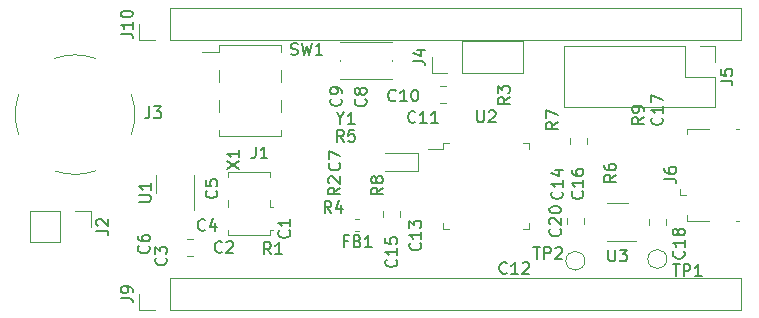
<source format=gto>
G04 #@! TF.GenerationSoftware,KiCad,Pcbnew,(5.1.5-0)*
G04 #@! TF.CreationDate,2020-02-13T07:59:00-05:00*
G04 #@! TF.ProjectId,bfunc,6266756e-632e-46b6-9963-61645f706362,rev?*
G04 #@! TF.SameCoordinates,Original*
G04 #@! TF.FileFunction,Legend,Top*
G04 #@! TF.FilePolarity,Positive*
%FSLAX46Y46*%
G04 Gerber Fmt 4.6, Leading zero omitted, Abs format (unit mm)*
G04 Created by KiCad (PCBNEW (5.1.5-0)) date 2020-02-13 07:59:00*
%MOMM*%
%LPD*%
G04 APERTURE LIST*
%ADD10C,0.120000*%
%ADD11C,0.150000*%
G04 APERTURE END LIST*
D10*
X162942200Y-62741500D02*
X168142200Y-62741500D01*
X162942200Y-70481500D02*
X168142200Y-70481500D01*
X161502200Y-63311500D02*
X162942200Y-63311500D01*
X162942200Y-62741500D02*
X162942200Y-63311500D01*
X168142200Y-62741500D02*
X168142200Y-63311500D01*
X162942200Y-69911500D02*
X162942200Y-70481500D01*
X168142200Y-69911500D02*
X168142200Y-70481500D01*
X162942200Y-64831500D02*
X162942200Y-65851500D01*
X168142200Y-64831500D02*
X168142200Y-65851500D01*
X162942200Y-67371500D02*
X162942200Y-68391500D01*
X168142200Y-67371500D02*
X168142200Y-68391500D01*
X160160442Y-79167920D02*
X160677598Y-79167920D01*
X160160442Y-80587920D02*
X160677598Y-80587920D01*
X181653922Y-67639000D02*
X182171078Y-67639000D01*
X181653922Y-66219000D02*
X182171078Y-66219000D01*
X178256000Y-77269078D02*
X178256000Y-76751922D01*
X176836000Y-77269078D02*
X176836000Y-76751922D01*
X194067500Y-70569322D02*
X194067500Y-71086478D01*
X192647500Y-70569322D02*
X192647500Y-71086478D01*
X199294680Y-77980038D02*
X199294680Y-77462882D01*
X200714680Y-77980038D02*
X200714680Y-77462882D01*
X193785560Y-77921378D02*
X193785560Y-77404222D01*
X192365560Y-77921378D02*
X192365560Y-77404222D01*
X174787779Y-78488000D02*
X174462221Y-78488000D01*
X174787779Y-77468000D02*
X174462221Y-77468000D01*
X145960011Y-66918137D02*
G75*
G03X145973600Y-70380800I4763589J-1712663D01*
G01*
X149010937Y-73394389D02*
G75*
G03X152473600Y-73380800I1712663J4763589D01*
G01*
X155487189Y-70343463D02*
G75*
G03X155473600Y-66880800I-4763589J1712663D01*
G01*
X152436263Y-63867211D02*
G75*
G03X148973600Y-63880800I-1712663J-4763589D01*
G01*
X188655000Y-65084000D02*
X188655000Y-62424000D01*
X183515000Y-65084000D02*
X188655000Y-65084000D01*
X183515000Y-62424000D02*
X188655000Y-62424000D01*
X183515000Y-65084000D02*
X183515000Y-62424000D01*
X182245000Y-65084000D02*
X180915000Y-65084000D01*
X180915000Y-65084000D02*
X180915000Y-63754000D01*
X202511400Y-77621640D02*
X202511400Y-77171640D01*
X204361400Y-77621640D02*
X202511400Y-77621640D01*
X206911400Y-69821640D02*
X206661400Y-69821640D01*
X206911400Y-77621640D02*
X206661400Y-77621640D01*
X204361400Y-69821640D02*
X202511400Y-69821640D01*
X202511400Y-69821640D02*
X202511400Y-70271640D01*
X201961400Y-75421640D02*
X201961400Y-74971640D01*
X201961400Y-75421640D02*
X202411400Y-75421640D01*
X207070000Y-85150000D02*
X207070000Y-82490000D01*
X158750000Y-85150000D02*
X207070000Y-85150000D01*
X158750000Y-82490000D02*
X207070000Y-82490000D01*
X158750000Y-85150000D02*
X158750000Y-82490000D01*
X157480000Y-85150000D02*
X156150000Y-85150000D01*
X156150000Y-85150000D02*
X156150000Y-83820000D01*
X156150000Y-62290000D02*
X156150000Y-60960000D01*
X157480000Y-62290000D02*
X156150000Y-62290000D01*
X158750000Y-62290000D02*
X158750000Y-59630000D01*
X158750000Y-59630000D02*
X207070000Y-59630000D01*
X158750000Y-62290000D02*
X207070000Y-62290000D01*
X207070000Y-62290000D02*
X207070000Y-59630000D01*
X200828219Y-80860900D02*
G75*
G03X200828219Y-80860900I-803219J0D01*
G01*
X193883859Y-81003140D02*
G75*
G03X193883859Y-81003140I-803219J0D01*
G01*
X157536240Y-75237340D02*
X157536240Y-73737340D01*
X160756240Y-76737340D02*
X160756240Y-73737340D01*
X188678500Y-78286000D02*
X189128500Y-78286000D01*
X189128500Y-78286000D02*
X189128500Y-77836000D01*
X182358500Y-78286000D02*
X181908500Y-78286000D01*
X181908500Y-78286000D02*
X181908500Y-77836000D01*
X188678500Y-71066000D02*
X189128500Y-71066000D01*
X189128500Y-71066000D02*
X189128500Y-71516000D01*
X182358500Y-71066000D02*
X181908500Y-71066000D01*
X181908500Y-71066000D02*
X181908500Y-71516000D01*
X181908500Y-71516000D02*
X180618500Y-71516000D01*
X195744440Y-79313640D02*
X198194440Y-79313640D01*
X197544440Y-76093640D02*
X195744440Y-76093640D01*
X167263040Y-76434440D02*
X167513040Y-76434440D01*
X167263040Y-75894440D02*
X167263040Y-76434440D01*
X163663040Y-78864440D02*
X163663040Y-78434440D01*
X167263040Y-78864440D02*
X163663040Y-78864440D01*
X167263040Y-78434440D02*
X167263040Y-78864440D01*
X167513040Y-78434440D02*
X167263040Y-78434440D01*
X163663040Y-76434440D02*
X163663040Y-75894440D01*
X167263040Y-73464440D02*
X167263040Y-73894440D01*
X163663040Y-73464440D02*
X167263040Y-73464440D01*
X163663040Y-73894440D02*
X163663040Y-73464440D01*
X179795000Y-71844000D02*
X176945000Y-71844000D01*
X179795000Y-73444000D02*
X179795000Y-71844000D01*
X176945000Y-73444000D02*
X179795000Y-73444000D01*
X177549120Y-64088580D02*
X177549120Y-63988580D01*
X173149120Y-65588580D02*
X177549120Y-65588580D01*
X177549120Y-62488580D02*
X173149120Y-62488580D01*
X173149120Y-64088580D02*
X173149120Y-63988580D01*
X146879000Y-76787700D02*
X146879000Y-79447700D01*
X149479000Y-76787700D02*
X146879000Y-76787700D01*
X149479000Y-79447700D02*
X146879000Y-79447700D01*
X149479000Y-76787700D02*
X149479000Y-79447700D01*
X150749000Y-76787700D02*
X152079000Y-76787700D01*
X152079000Y-76787700D02*
X152079000Y-78117700D01*
X192103700Y-62817700D02*
X192103700Y-68017700D01*
X202323700Y-62817700D02*
X192103700Y-62817700D01*
X204923700Y-68017700D02*
X192103700Y-68017700D01*
X202323700Y-62817700D02*
X202323700Y-65417700D01*
X202323700Y-65417700D02*
X204923700Y-65417700D01*
X204923700Y-65417700D02*
X204923700Y-68017700D01*
X203593700Y-62817700D02*
X204923700Y-62817700D01*
X204923700Y-62817700D02*
X204923700Y-64147700D01*
D11*
X166011266Y-71334380D02*
X166011266Y-72048666D01*
X165963647Y-72191523D01*
X165868409Y-72286761D01*
X165725552Y-72334380D01*
X165630314Y-72334380D01*
X167011266Y-72334380D02*
X166439838Y-72334380D01*
X166725552Y-72334380D02*
X166725552Y-71334380D01*
X166630314Y-71477238D01*
X166535076Y-71572476D01*
X166439838Y-71620095D01*
X168837882Y-78439306D02*
X168885501Y-78486925D01*
X168933120Y-78629782D01*
X168933120Y-78725020D01*
X168885501Y-78867878D01*
X168790263Y-78963116D01*
X168695025Y-79010735D01*
X168504549Y-79058354D01*
X168361692Y-79058354D01*
X168171216Y-79010735D01*
X168075978Y-78963116D01*
X167980740Y-78867878D01*
X167933120Y-78725020D01*
X167933120Y-78629782D01*
X167980740Y-78486925D01*
X168028359Y-78439306D01*
X168933120Y-77486925D02*
X168933120Y-78058354D01*
X168933120Y-77772640D02*
X167933120Y-77772640D01*
X168075978Y-77867878D01*
X168171216Y-77963116D01*
X168218835Y-78058354D01*
X163162953Y-80247762D02*
X163115334Y-80295381D01*
X162972477Y-80343000D01*
X162877239Y-80343000D01*
X162734381Y-80295381D01*
X162639143Y-80200143D01*
X162591524Y-80104905D01*
X162543905Y-79914429D01*
X162543905Y-79771572D01*
X162591524Y-79581096D01*
X162639143Y-79485858D01*
X162734381Y-79390620D01*
X162877239Y-79343000D01*
X162972477Y-79343000D01*
X163115334Y-79390620D01*
X163162953Y-79438239D01*
X163543905Y-79438239D02*
X163591524Y-79390620D01*
X163686762Y-79343000D01*
X163924858Y-79343000D01*
X164020096Y-79390620D01*
X164067715Y-79438239D01*
X164115334Y-79533477D01*
X164115334Y-79628715D01*
X164067715Y-79771572D01*
X163496286Y-80343000D01*
X164115334Y-80343000D01*
X158398482Y-80761006D02*
X158446101Y-80808625D01*
X158493720Y-80951482D01*
X158493720Y-81046720D01*
X158446101Y-81189578D01*
X158350863Y-81284816D01*
X158255625Y-81332435D01*
X158065149Y-81380054D01*
X157922292Y-81380054D01*
X157731816Y-81332435D01*
X157636578Y-81284816D01*
X157541340Y-81189578D01*
X157493720Y-81046720D01*
X157493720Y-80951482D01*
X157541340Y-80808625D01*
X157588959Y-80761006D01*
X157493720Y-80427673D02*
X157493720Y-79808625D01*
X157874673Y-80141959D01*
X157874673Y-79999101D01*
X157922292Y-79903863D01*
X157969911Y-79856244D01*
X158065149Y-79808625D01*
X158303244Y-79808625D01*
X158398482Y-79856244D01*
X158446101Y-79903863D01*
X158493720Y-79999101D01*
X158493720Y-80284816D01*
X158446101Y-80380054D01*
X158398482Y-80427673D01*
X161745493Y-78375782D02*
X161697874Y-78423401D01*
X161555017Y-78471020D01*
X161459779Y-78471020D01*
X161316921Y-78423401D01*
X161221683Y-78328163D01*
X161174064Y-78232925D01*
X161126445Y-78042449D01*
X161126445Y-77899592D01*
X161174064Y-77709116D01*
X161221683Y-77613878D01*
X161316921Y-77518640D01*
X161459779Y-77471020D01*
X161555017Y-77471020D01*
X161697874Y-77518640D01*
X161745493Y-77566259D01*
X162602636Y-77804354D02*
X162602636Y-78471020D01*
X162364540Y-77423401D02*
X162126445Y-78137687D01*
X162745493Y-78137687D01*
X162683462Y-75073806D02*
X162731081Y-75121425D01*
X162778700Y-75264282D01*
X162778700Y-75359520D01*
X162731081Y-75502378D01*
X162635843Y-75597616D01*
X162540605Y-75645235D01*
X162350129Y-75692854D01*
X162207272Y-75692854D01*
X162016796Y-75645235D01*
X161921558Y-75597616D01*
X161826320Y-75502378D01*
X161778700Y-75359520D01*
X161778700Y-75264282D01*
X161826320Y-75121425D01*
X161873939Y-75073806D01*
X161778700Y-74169044D02*
X161778700Y-74645235D01*
X162254891Y-74692854D01*
X162207272Y-74645235D01*
X162159653Y-74549997D01*
X162159653Y-74311901D01*
X162207272Y-74216663D01*
X162254891Y-74169044D01*
X162350129Y-74121425D01*
X162588224Y-74121425D01*
X162683462Y-74169044D01*
X162731081Y-74216663D01*
X162778700Y-74311901D01*
X162778700Y-74549997D01*
X162731081Y-74645235D01*
X162683462Y-74692854D01*
X156950682Y-79734706D02*
X156998301Y-79782325D01*
X157045920Y-79925182D01*
X157045920Y-80020420D01*
X156998301Y-80163278D01*
X156903063Y-80258516D01*
X156807825Y-80306135D01*
X156617349Y-80353754D01*
X156474492Y-80353754D01*
X156284016Y-80306135D01*
X156188778Y-80258516D01*
X156093540Y-80163278D01*
X156045920Y-80020420D01*
X156045920Y-79925182D01*
X156093540Y-79782325D01*
X156141159Y-79734706D01*
X156045920Y-78877563D02*
X156045920Y-79068040D01*
X156093540Y-79163278D01*
X156141159Y-79210897D01*
X156284016Y-79306135D01*
X156474492Y-79353754D01*
X156855444Y-79353754D01*
X156950682Y-79306135D01*
X156998301Y-79258516D01*
X157045920Y-79163278D01*
X157045920Y-78972801D01*
X156998301Y-78877563D01*
X156950682Y-78829944D01*
X156855444Y-78782325D01*
X156617349Y-78782325D01*
X156522111Y-78829944D01*
X156474492Y-78877563D01*
X156426873Y-78972801D01*
X156426873Y-79163278D01*
X156474492Y-79258516D01*
X156522111Y-79306135D01*
X156617349Y-79353754D01*
X173092382Y-72724306D02*
X173140001Y-72771925D01*
X173187620Y-72914782D01*
X173187620Y-73010020D01*
X173140001Y-73152878D01*
X173044763Y-73248116D01*
X172949525Y-73295735D01*
X172759049Y-73343354D01*
X172616192Y-73343354D01*
X172425716Y-73295735D01*
X172330478Y-73248116D01*
X172235240Y-73152878D01*
X172187620Y-73010020D01*
X172187620Y-72914782D01*
X172235240Y-72771925D01*
X172282859Y-72724306D01*
X172187620Y-72390973D02*
X172187620Y-71724306D01*
X173187620Y-72152878D01*
X175312342Y-67311566D02*
X175359961Y-67359185D01*
X175407580Y-67502042D01*
X175407580Y-67597280D01*
X175359961Y-67740138D01*
X175264723Y-67835376D01*
X175169485Y-67882995D01*
X174979009Y-67930614D01*
X174836152Y-67930614D01*
X174645676Y-67882995D01*
X174550438Y-67835376D01*
X174455200Y-67740138D01*
X174407580Y-67597280D01*
X174407580Y-67502042D01*
X174455200Y-67359185D01*
X174502819Y-67311566D01*
X174836152Y-66740138D02*
X174788533Y-66835376D01*
X174740914Y-66882995D01*
X174645676Y-66930614D01*
X174598057Y-66930614D01*
X174502819Y-66882995D01*
X174455200Y-66835376D01*
X174407580Y-66740138D01*
X174407580Y-66549661D01*
X174455200Y-66454423D01*
X174502819Y-66406804D01*
X174598057Y-66359185D01*
X174645676Y-66359185D01*
X174740914Y-66406804D01*
X174788533Y-66454423D01*
X174836152Y-66549661D01*
X174836152Y-66740138D01*
X174883771Y-66835376D01*
X174931390Y-66882995D01*
X175026628Y-66930614D01*
X175217104Y-66930614D01*
X175312342Y-66882995D01*
X175359961Y-66835376D01*
X175407580Y-66740138D01*
X175407580Y-66549661D01*
X175359961Y-66454423D01*
X175312342Y-66406804D01*
X175217104Y-66359185D01*
X175026628Y-66359185D01*
X174931390Y-66406804D01*
X174883771Y-66454423D01*
X174836152Y-66549661D01*
X173229542Y-67286166D02*
X173277161Y-67333785D01*
X173324780Y-67476642D01*
X173324780Y-67571880D01*
X173277161Y-67714738D01*
X173181923Y-67809976D01*
X173086685Y-67857595D01*
X172896209Y-67905214D01*
X172753352Y-67905214D01*
X172562876Y-67857595D01*
X172467638Y-67809976D01*
X172372400Y-67714738D01*
X172324780Y-67571880D01*
X172324780Y-67476642D01*
X172372400Y-67333785D01*
X172420019Y-67286166D01*
X173324780Y-66809976D02*
X173324780Y-66619500D01*
X173277161Y-66524261D01*
X173229542Y-66476642D01*
X173086685Y-66381404D01*
X172896209Y-66333785D01*
X172515257Y-66333785D01*
X172420019Y-66381404D01*
X172372400Y-66429023D01*
X172324780Y-66524261D01*
X172324780Y-66714738D01*
X172372400Y-66809976D01*
X172420019Y-66857595D01*
X172515257Y-66905214D01*
X172753352Y-66905214D01*
X172848590Y-66857595D01*
X172896209Y-66809976D01*
X172943828Y-66714738D01*
X172943828Y-66524261D01*
X172896209Y-66429023D01*
X172848590Y-66381404D01*
X172753352Y-66333785D01*
X177868342Y-67425842D02*
X177820723Y-67473461D01*
X177677866Y-67521080D01*
X177582628Y-67521080D01*
X177439771Y-67473461D01*
X177344533Y-67378223D01*
X177296914Y-67282985D01*
X177249295Y-67092509D01*
X177249295Y-66949652D01*
X177296914Y-66759176D01*
X177344533Y-66663938D01*
X177439771Y-66568700D01*
X177582628Y-66521080D01*
X177677866Y-66521080D01*
X177820723Y-66568700D01*
X177868342Y-66616319D01*
X178820723Y-67521080D02*
X178249295Y-67521080D01*
X178535009Y-67521080D02*
X178535009Y-66521080D01*
X178439771Y-66663938D01*
X178344533Y-66759176D01*
X178249295Y-66806795D01*
X179439771Y-66521080D02*
X179535009Y-66521080D01*
X179630247Y-66568700D01*
X179677866Y-66616319D01*
X179725485Y-66711557D01*
X179773104Y-66902033D01*
X179773104Y-67140128D01*
X179725485Y-67330604D01*
X179677866Y-67425842D01*
X179630247Y-67473461D01*
X179535009Y-67521080D01*
X179439771Y-67521080D01*
X179344533Y-67473461D01*
X179296914Y-67425842D01*
X179249295Y-67330604D01*
X179201676Y-67140128D01*
X179201676Y-66902033D01*
X179249295Y-66711557D01*
X179296914Y-66616319D01*
X179344533Y-66568700D01*
X179439771Y-66521080D01*
X179544742Y-69241942D02*
X179497123Y-69289561D01*
X179354266Y-69337180D01*
X179259028Y-69337180D01*
X179116171Y-69289561D01*
X179020933Y-69194323D01*
X178973314Y-69099085D01*
X178925695Y-68908609D01*
X178925695Y-68765752D01*
X178973314Y-68575276D01*
X179020933Y-68480038D01*
X179116171Y-68384800D01*
X179259028Y-68337180D01*
X179354266Y-68337180D01*
X179497123Y-68384800D01*
X179544742Y-68432419D01*
X180497123Y-69337180D02*
X179925695Y-69337180D01*
X180211409Y-69337180D02*
X180211409Y-68337180D01*
X180116171Y-68480038D01*
X180020933Y-68575276D01*
X179925695Y-68622895D01*
X181449504Y-69337180D02*
X180878076Y-69337180D01*
X181163790Y-69337180D02*
X181163790Y-68337180D01*
X181068552Y-68480038D01*
X180973314Y-68575276D01*
X180878076Y-68622895D01*
X187273822Y-82034982D02*
X187226203Y-82082601D01*
X187083346Y-82130220D01*
X186988108Y-82130220D01*
X186845251Y-82082601D01*
X186750013Y-81987363D01*
X186702394Y-81892125D01*
X186654775Y-81701649D01*
X186654775Y-81558792D01*
X186702394Y-81368316D01*
X186750013Y-81273078D01*
X186845251Y-81177840D01*
X186988108Y-81130220D01*
X187083346Y-81130220D01*
X187226203Y-81177840D01*
X187273822Y-81225459D01*
X188226203Y-82130220D02*
X187654775Y-82130220D01*
X187940489Y-82130220D02*
X187940489Y-81130220D01*
X187845251Y-81273078D01*
X187750013Y-81368316D01*
X187654775Y-81415935D01*
X188607156Y-81225459D02*
X188654775Y-81177840D01*
X188750013Y-81130220D01*
X188988108Y-81130220D01*
X189083346Y-81177840D01*
X189130965Y-81225459D01*
X189178584Y-81320697D01*
X189178584Y-81415935D01*
X189130965Y-81558792D01*
X188559537Y-82130220D01*
X189178584Y-82130220D01*
X179935142Y-79509857D02*
X179982761Y-79557476D01*
X180030380Y-79700333D01*
X180030380Y-79795571D01*
X179982761Y-79938428D01*
X179887523Y-80033666D01*
X179792285Y-80081285D01*
X179601809Y-80128904D01*
X179458952Y-80128904D01*
X179268476Y-80081285D01*
X179173238Y-80033666D01*
X179078000Y-79938428D01*
X179030380Y-79795571D01*
X179030380Y-79700333D01*
X179078000Y-79557476D01*
X179125619Y-79509857D01*
X180030380Y-78557476D02*
X180030380Y-79128904D01*
X180030380Y-78843190D02*
X179030380Y-78843190D01*
X179173238Y-78938428D01*
X179268476Y-79033666D01*
X179316095Y-79128904D01*
X179030380Y-78224142D02*
X179030380Y-77605095D01*
X179411333Y-77938428D01*
X179411333Y-77795571D01*
X179458952Y-77700333D01*
X179506571Y-77652714D01*
X179601809Y-77605095D01*
X179839904Y-77605095D01*
X179935142Y-77652714D01*
X179982761Y-77700333D01*
X180030380Y-77795571D01*
X180030380Y-78081285D01*
X179982761Y-78176523D01*
X179935142Y-78224142D01*
X191936642Y-75153757D02*
X191984261Y-75201376D01*
X192031880Y-75344233D01*
X192031880Y-75439471D01*
X191984261Y-75582328D01*
X191889023Y-75677566D01*
X191793785Y-75725185D01*
X191603309Y-75772804D01*
X191460452Y-75772804D01*
X191269976Y-75725185D01*
X191174738Y-75677566D01*
X191079500Y-75582328D01*
X191031880Y-75439471D01*
X191031880Y-75344233D01*
X191079500Y-75201376D01*
X191127119Y-75153757D01*
X192031880Y-74201376D02*
X192031880Y-74772804D01*
X192031880Y-74487090D02*
X191031880Y-74487090D01*
X191174738Y-74582328D01*
X191269976Y-74677566D01*
X191317595Y-74772804D01*
X191365214Y-73344233D02*
X192031880Y-73344233D01*
X190984261Y-73582328D02*
X191698547Y-73820423D01*
X191698547Y-73201376D01*
X177903142Y-80906857D02*
X177950761Y-80954476D01*
X177998380Y-81097333D01*
X177998380Y-81192571D01*
X177950761Y-81335428D01*
X177855523Y-81430666D01*
X177760285Y-81478285D01*
X177569809Y-81525904D01*
X177426952Y-81525904D01*
X177236476Y-81478285D01*
X177141238Y-81430666D01*
X177046000Y-81335428D01*
X176998380Y-81192571D01*
X176998380Y-81097333D01*
X177046000Y-80954476D01*
X177093619Y-80906857D01*
X177998380Y-79954476D02*
X177998380Y-80525904D01*
X177998380Y-80240190D02*
X176998380Y-80240190D01*
X177141238Y-80335428D01*
X177236476Y-80430666D01*
X177284095Y-80525904D01*
X176998380Y-79049714D02*
X176998380Y-79525904D01*
X177474571Y-79573523D01*
X177426952Y-79525904D01*
X177379333Y-79430666D01*
X177379333Y-79192571D01*
X177426952Y-79097333D01*
X177474571Y-79049714D01*
X177569809Y-79002095D01*
X177807904Y-79002095D01*
X177903142Y-79049714D01*
X177950761Y-79097333D01*
X177998380Y-79192571D01*
X177998380Y-79430666D01*
X177950761Y-79525904D01*
X177903142Y-79573523D01*
X193663842Y-75128357D02*
X193711461Y-75175976D01*
X193759080Y-75318833D01*
X193759080Y-75414071D01*
X193711461Y-75556928D01*
X193616223Y-75652166D01*
X193520985Y-75699785D01*
X193330509Y-75747404D01*
X193187652Y-75747404D01*
X192997176Y-75699785D01*
X192901938Y-75652166D01*
X192806700Y-75556928D01*
X192759080Y-75414071D01*
X192759080Y-75318833D01*
X192806700Y-75175976D01*
X192854319Y-75128357D01*
X193759080Y-74175976D02*
X193759080Y-74747404D01*
X193759080Y-74461690D02*
X192759080Y-74461690D01*
X192901938Y-74556928D01*
X192997176Y-74652166D01*
X193044795Y-74747404D01*
X192759080Y-73318833D02*
X192759080Y-73509309D01*
X192806700Y-73604547D01*
X192854319Y-73652166D01*
X192997176Y-73747404D01*
X193187652Y-73795023D01*
X193568604Y-73795023D01*
X193663842Y-73747404D01*
X193711461Y-73699785D01*
X193759080Y-73604547D01*
X193759080Y-73414071D01*
X193711461Y-73318833D01*
X193663842Y-73271214D01*
X193568604Y-73223595D01*
X193330509Y-73223595D01*
X193235271Y-73271214D01*
X193187652Y-73318833D01*
X193140033Y-73414071D01*
X193140033Y-73604547D01*
X193187652Y-73699785D01*
X193235271Y-73747404D01*
X193330509Y-73795023D01*
X200407542Y-68882497D02*
X200455161Y-68930116D01*
X200502780Y-69072973D01*
X200502780Y-69168211D01*
X200455161Y-69311068D01*
X200359923Y-69406306D01*
X200264685Y-69453925D01*
X200074209Y-69501544D01*
X199931352Y-69501544D01*
X199740876Y-69453925D01*
X199645638Y-69406306D01*
X199550400Y-69311068D01*
X199502780Y-69168211D01*
X199502780Y-69072973D01*
X199550400Y-68930116D01*
X199598019Y-68882497D01*
X200502780Y-67930116D02*
X200502780Y-68501544D01*
X200502780Y-68215830D02*
X199502780Y-68215830D01*
X199645638Y-68311068D01*
X199740876Y-68406306D01*
X199788495Y-68501544D01*
X199502780Y-67596782D02*
X199502780Y-66930116D01*
X200502780Y-67358687D01*
X202246502Y-80198197D02*
X202294121Y-80245816D01*
X202341740Y-80388673D01*
X202341740Y-80483911D01*
X202294121Y-80626768D01*
X202198883Y-80722006D01*
X202103645Y-80769625D01*
X201913169Y-80817244D01*
X201770312Y-80817244D01*
X201579836Y-80769625D01*
X201484598Y-80722006D01*
X201389360Y-80626768D01*
X201341740Y-80483911D01*
X201341740Y-80388673D01*
X201389360Y-80245816D01*
X201436979Y-80198197D01*
X202341740Y-79245816D02*
X202341740Y-79817244D01*
X202341740Y-79531530D02*
X201341740Y-79531530D01*
X201484598Y-79626768D01*
X201579836Y-79722006D01*
X201627455Y-79817244D01*
X201770312Y-78674387D02*
X201722693Y-78769625D01*
X201675074Y-78817244D01*
X201579836Y-78864863D01*
X201532217Y-78864863D01*
X201436979Y-78817244D01*
X201389360Y-78769625D01*
X201341740Y-78674387D01*
X201341740Y-78483911D01*
X201389360Y-78388673D01*
X201436979Y-78341054D01*
X201532217Y-78293435D01*
X201579836Y-78293435D01*
X201675074Y-78341054D01*
X201722693Y-78388673D01*
X201770312Y-78483911D01*
X201770312Y-78674387D01*
X201817931Y-78769625D01*
X201865550Y-78817244D01*
X201960788Y-78864863D01*
X202151264Y-78864863D01*
X202246502Y-78817244D01*
X202294121Y-78769625D01*
X202341740Y-78674387D01*
X202341740Y-78483911D01*
X202294121Y-78388673D01*
X202246502Y-78341054D01*
X202151264Y-78293435D01*
X201960788Y-78293435D01*
X201865550Y-78341054D01*
X201817931Y-78388673D01*
X201770312Y-78483911D01*
X191782702Y-78305657D02*
X191830321Y-78353276D01*
X191877940Y-78496133D01*
X191877940Y-78591371D01*
X191830321Y-78734228D01*
X191735083Y-78829466D01*
X191639845Y-78877085D01*
X191449369Y-78924704D01*
X191306512Y-78924704D01*
X191116036Y-78877085D01*
X191020798Y-78829466D01*
X190925560Y-78734228D01*
X190877940Y-78591371D01*
X190877940Y-78496133D01*
X190925560Y-78353276D01*
X190973179Y-78305657D01*
X190973179Y-77924704D02*
X190925560Y-77877085D01*
X190877940Y-77781847D01*
X190877940Y-77543752D01*
X190925560Y-77448514D01*
X190973179Y-77400895D01*
X191068417Y-77353276D01*
X191163655Y-77353276D01*
X191306512Y-77400895D01*
X191877940Y-77972323D01*
X191877940Y-77353276D01*
X190877940Y-76734228D02*
X190877940Y-76638990D01*
X190925560Y-76543752D01*
X190973179Y-76496133D01*
X191068417Y-76448514D01*
X191258893Y-76400895D01*
X191496988Y-76400895D01*
X191687464Y-76448514D01*
X191782702Y-76496133D01*
X191830321Y-76543752D01*
X191877940Y-76638990D01*
X191877940Y-76734228D01*
X191830321Y-76829466D01*
X191782702Y-76877085D01*
X191687464Y-76924704D01*
X191496988Y-76972323D01*
X191258893Y-76972323D01*
X191068417Y-76924704D01*
X190973179Y-76877085D01*
X190925560Y-76829466D01*
X190877940Y-76734228D01*
X173791666Y-79336571D02*
X173458333Y-79336571D01*
X173458333Y-79860380D02*
X173458333Y-78860380D01*
X173934523Y-78860380D01*
X174648809Y-79336571D02*
X174791666Y-79384190D01*
X174839285Y-79431809D01*
X174886904Y-79527047D01*
X174886904Y-79669904D01*
X174839285Y-79765142D01*
X174791666Y-79812761D01*
X174696428Y-79860380D01*
X174315476Y-79860380D01*
X174315476Y-78860380D01*
X174648809Y-78860380D01*
X174744047Y-78908000D01*
X174791666Y-78955619D01*
X174839285Y-79050857D01*
X174839285Y-79146095D01*
X174791666Y-79241333D01*
X174744047Y-79288952D01*
X174648809Y-79336571D01*
X174315476Y-79336571D01*
X175839285Y-79860380D02*
X175267857Y-79860380D01*
X175553571Y-79860380D02*
X175553571Y-78860380D01*
X175458333Y-79003238D01*
X175363095Y-79098476D01*
X175267857Y-79146095D01*
X157019666Y-67943480D02*
X157019666Y-68657766D01*
X156972047Y-68800623D01*
X156876809Y-68895861D01*
X156733952Y-68943480D01*
X156638714Y-68943480D01*
X157400619Y-67943480D02*
X158019666Y-67943480D01*
X157686333Y-68324433D01*
X157829190Y-68324433D01*
X157924428Y-68372052D01*
X157972047Y-68419671D01*
X158019666Y-68514909D01*
X158019666Y-68753004D01*
X157972047Y-68848242D01*
X157924428Y-68895861D01*
X157829190Y-68943480D01*
X157543476Y-68943480D01*
X157448238Y-68895861D01*
X157400619Y-68848242D01*
X179367380Y-64087333D02*
X180081666Y-64087333D01*
X180224523Y-64134952D01*
X180319761Y-64230190D01*
X180367380Y-64373047D01*
X180367380Y-64468285D01*
X179700714Y-63182571D02*
X180367380Y-63182571D01*
X179319761Y-63420666D02*
X180034047Y-63658761D01*
X180034047Y-63039714D01*
X200613780Y-74054973D02*
X201328066Y-74054973D01*
X201470923Y-74102592D01*
X201566161Y-74197830D01*
X201613780Y-74340687D01*
X201613780Y-74435925D01*
X200613780Y-73150211D02*
X200613780Y-73340687D01*
X200661400Y-73435925D01*
X200709019Y-73483544D01*
X200851876Y-73578782D01*
X201042352Y-73626401D01*
X201423304Y-73626401D01*
X201518542Y-73578782D01*
X201566161Y-73531163D01*
X201613780Y-73435925D01*
X201613780Y-73245449D01*
X201566161Y-73150211D01*
X201518542Y-73102592D01*
X201423304Y-73054973D01*
X201185209Y-73054973D01*
X201089971Y-73102592D01*
X201042352Y-73150211D01*
X200994733Y-73245449D01*
X200994733Y-73435925D01*
X201042352Y-73531163D01*
X201089971Y-73578782D01*
X201185209Y-73626401D01*
X154602380Y-84153333D02*
X155316666Y-84153333D01*
X155459523Y-84200952D01*
X155554761Y-84296190D01*
X155602380Y-84439047D01*
X155602380Y-84534285D01*
X155602380Y-83629523D02*
X155602380Y-83439047D01*
X155554761Y-83343809D01*
X155507142Y-83296190D01*
X155364285Y-83200952D01*
X155173809Y-83153333D01*
X154792857Y-83153333D01*
X154697619Y-83200952D01*
X154650000Y-83248571D01*
X154602380Y-83343809D01*
X154602380Y-83534285D01*
X154650000Y-83629523D01*
X154697619Y-83677142D01*
X154792857Y-83724761D01*
X155030952Y-83724761D01*
X155126190Y-83677142D01*
X155173809Y-83629523D01*
X155221428Y-83534285D01*
X155221428Y-83343809D01*
X155173809Y-83248571D01*
X155126190Y-83200952D01*
X155030952Y-83153333D01*
X154602380Y-61769523D02*
X155316666Y-61769523D01*
X155459523Y-61817142D01*
X155554761Y-61912380D01*
X155602380Y-62055238D01*
X155602380Y-62150476D01*
X155602380Y-60769523D02*
X155602380Y-61340952D01*
X155602380Y-61055238D02*
X154602380Y-61055238D01*
X154745238Y-61150476D01*
X154840476Y-61245714D01*
X154888095Y-61340952D01*
X154602380Y-60150476D02*
X154602380Y-60055238D01*
X154650000Y-59960000D01*
X154697619Y-59912380D01*
X154792857Y-59864761D01*
X154983333Y-59817142D01*
X155221428Y-59817142D01*
X155411904Y-59864761D01*
X155507142Y-59912380D01*
X155554761Y-59960000D01*
X155602380Y-60055238D01*
X155602380Y-60150476D01*
X155554761Y-60245714D01*
X155507142Y-60293333D01*
X155411904Y-60340952D01*
X155221428Y-60388571D01*
X154983333Y-60388571D01*
X154792857Y-60340952D01*
X154697619Y-60293333D01*
X154650000Y-60245714D01*
X154602380Y-60150476D01*
X167298073Y-80452220D02*
X166964740Y-79976030D01*
X166726644Y-80452220D02*
X166726644Y-79452220D01*
X167107597Y-79452220D01*
X167202835Y-79499840D01*
X167250454Y-79547459D01*
X167298073Y-79642697D01*
X167298073Y-79785554D01*
X167250454Y-79880792D01*
X167202835Y-79928411D01*
X167107597Y-79976030D01*
X166726644Y-79976030D01*
X168250454Y-80452220D02*
X167679025Y-80452220D01*
X167964740Y-80452220D02*
X167964740Y-79452220D01*
X167869501Y-79595078D01*
X167774263Y-79690316D01*
X167679025Y-79737935D01*
X173160620Y-74819666D02*
X172684430Y-75153000D01*
X173160620Y-75391095D02*
X172160620Y-75391095D01*
X172160620Y-75010142D01*
X172208240Y-74914904D01*
X172255859Y-74867285D01*
X172351097Y-74819666D01*
X172493954Y-74819666D01*
X172589192Y-74867285D01*
X172636811Y-74914904D01*
X172684430Y-75010142D01*
X172684430Y-75391095D01*
X172255859Y-74438714D02*
X172208240Y-74391095D01*
X172160620Y-74295857D01*
X172160620Y-74057761D01*
X172208240Y-73962523D01*
X172255859Y-73914904D01*
X172351097Y-73867285D01*
X172446335Y-73867285D01*
X172589192Y-73914904D01*
X173160620Y-74486333D01*
X173160620Y-73867285D01*
X187508140Y-67141386D02*
X187031950Y-67474720D01*
X187508140Y-67712815D02*
X186508140Y-67712815D01*
X186508140Y-67331862D01*
X186555760Y-67236624D01*
X186603379Y-67189005D01*
X186698617Y-67141386D01*
X186841474Y-67141386D01*
X186936712Y-67189005D01*
X186984331Y-67236624D01*
X187031950Y-67331862D01*
X187031950Y-67712815D01*
X186508140Y-66808053D02*
X186508140Y-66189005D01*
X186889093Y-66522339D01*
X186889093Y-66379481D01*
X186936712Y-66284243D01*
X186984331Y-66236624D01*
X187079569Y-66189005D01*
X187317664Y-66189005D01*
X187412902Y-66236624D01*
X187460521Y-66284243D01*
X187508140Y-66379481D01*
X187508140Y-66665196D01*
X187460521Y-66760434D01*
X187412902Y-66808053D01*
X172421253Y-76947020D02*
X172087920Y-76470830D01*
X171849824Y-76947020D02*
X171849824Y-75947020D01*
X172230777Y-75947020D01*
X172326015Y-75994640D01*
X172373634Y-76042259D01*
X172421253Y-76137497D01*
X172421253Y-76280354D01*
X172373634Y-76375592D01*
X172326015Y-76423211D01*
X172230777Y-76470830D01*
X171849824Y-76470830D01*
X173278396Y-76280354D02*
X173278396Y-76947020D01*
X173040300Y-75899401D02*
X172802205Y-76613687D01*
X173421253Y-76613687D01*
X173467733Y-70924680D02*
X173134400Y-70448490D01*
X172896304Y-70924680D02*
X172896304Y-69924680D01*
X173277257Y-69924680D01*
X173372495Y-69972300D01*
X173420114Y-70019919D01*
X173467733Y-70115157D01*
X173467733Y-70258014D01*
X173420114Y-70353252D01*
X173372495Y-70400871D01*
X173277257Y-70448490D01*
X172896304Y-70448490D01*
X174372495Y-69924680D02*
X173896304Y-69924680D01*
X173848685Y-70400871D01*
X173896304Y-70353252D01*
X173991542Y-70305633D01*
X174229638Y-70305633D01*
X174324876Y-70353252D01*
X174372495Y-70400871D01*
X174420114Y-70496109D01*
X174420114Y-70734204D01*
X174372495Y-70829442D01*
X174324876Y-70877061D01*
X174229638Y-70924680D01*
X173991542Y-70924680D01*
X173896304Y-70877061D01*
X173848685Y-70829442D01*
X196527680Y-73735366D02*
X196051490Y-74068700D01*
X196527680Y-74306795D02*
X195527680Y-74306795D01*
X195527680Y-73925842D01*
X195575300Y-73830604D01*
X195622919Y-73782985D01*
X195718157Y-73735366D01*
X195861014Y-73735366D01*
X195956252Y-73782985D01*
X196003871Y-73830604D01*
X196051490Y-73925842D01*
X196051490Y-74306795D01*
X195527680Y-72878223D02*
X195527680Y-73068700D01*
X195575300Y-73163938D01*
X195622919Y-73211557D01*
X195765776Y-73306795D01*
X195956252Y-73354414D01*
X196337204Y-73354414D01*
X196432442Y-73306795D01*
X196480061Y-73259176D01*
X196527680Y-73163938D01*
X196527680Y-72973461D01*
X196480061Y-72878223D01*
X196432442Y-72830604D01*
X196337204Y-72782985D01*
X196099109Y-72782985D01*
X196003871Y-72830604D01*
X195956252Y-72878223D01*
X195908633Y-72973461D01*
X195908633Y-73163938D01*
X195956252Y-73259176D01*
X196003871Y-73306795D01*
X196099109Y-73354414D01*
X191600080Y-69277666D02*
X191123890Y-69611000D01*
X191600080Y-69849095D02*
X190600080Y-69849095D01*
X190600080Y-69468142D01*
X190647700Y-69372904D01*
X190695319Y-69325285D01*
X190790557Y-69277666D01*
X190933414Y-69277666D01*
X191028652Y-69325285D01*
X191076271Y-69372904D01*
X191123890Y-69468142D01*
X191123890Y-69849095D01*
X190600080Y-68944333D02*
X190600080Y-68277666D01*
X191600080Y-68706238D01*
X176796020Y-74819666D02*
X176319830Y-75153000D01*
X176796020Y-75391095D02*
X175796020Y-75391095D01*
X175796020Y-75010142D01*
X175843640Y-74914904D01*
X175891259Y-74867285D01*
X175986497Y-74819666D01*
X176129354Y-74819666D01*
X176224592Y-74867285D01*
X176272211Y-74914904D01*
X176319830Y-75010142D01*
X176319830Y-75391095D01*
X176224592Y-74248238D02*
X176176973Y-74343476D01*
X176129354Y-74391095D01*
X176034116Y-74438714D01*
X175986497Y-74438714D01*
X175891259Y-74391095D01*
X175843640Y-74343476D01*
X175796020Y-74248238D01*
X175796020Y-74057761D01*
X175843640Y-73962523D01*
X175891259Y-73914904D01*
X175986497Y-73867285D01*
X176034116Y-73867285D01*
X176129354Y-73914904D01*
X176176973Y-73962523D01*
X176224592Y-74057761D01*
X176224592Y-74248238D01*
X176272211Y-74343476D01*
X176319830Y-74391095D01*
X176415068Y-74438714D01*
X176605544Y-74438714D01*
X176700782Y-74391095D01*
X176748401Y-74343476D01*
X176796020Y-74248238D01*
X176796020Y-74057761D01*
X176748401Y-73962523D01*
X176700782Y-73914904D01*
X176605544Y-73867285D01*
X176415068Y-73867285D01*
X176319830Y-73914904D01*
X176272211Y-73962523D01*
X176224592Y-74057761D01*
X198878779Y-68834305D02*
X198402589Y-69167639D01*
X198878779Y-69405734D02*
X197878779Y-69405734D01*
X197878779Y-69024781D01*
X197926399Y-68929543D01*
X197974018Y-68881924D01*
X198069256Y-68834305D01*
X198212113Y-68834305D01*
X198307351Y-68881924D01*
X198354970Y-68929543D01*
X198402589Y-69024781D01*
X198402589Y-69405734D01*
X198878779Y-68358115D02*
X198878779Y-68167639D01*
X198831160Y-68072400D01*
X198783541Y-68024781D01*
X198640684Y-67929543D01*
X198450208Y-67881924D01*
X198069256Y-67881924D01*
X197974018Y-67929543D01*
X197926399Y-67977162D01*
X197878779Y-68072400D01*
X197878779Y-68262877D01*
X197926399Y-68358115D01*
X197974018Y-68405734D01*
X198069256Y-68453353D01*
X198307351Y-68453353D01*
X198402589Y-68405734D01*
X198450208Y-68358115D01*
X198497827Y-68262877D01*
X198497827Y-68072400D01*
X198450208Y-67977162D01*
X198402589Y-67929543D01*
X198307351Y-67881924D01*
X201341195Y-81316580D02*
X201912623Y-81316580D01*
X201626909Y-82316580D02*
X201626909Y-81316580D01*
X202245957Y-82316580D02*
X202245957Y-81316580D01*
X202626909Y-81316580D01*
X202722147Y-81364200D01*
X202769766Y-81411819D01*
X202817385Y-81507057D01*
X202817385Y-81649914D01*
X202769766Y-81745152D01*
X202722147Y-81792771D01*
X202626909Y-81840390D01*
X202245957Y-81840390D01*
X203769766Y-82316580D02*
X203198338Y-82316580D01*
X203484052Y-82316580D02*
X203484052Y-81316580D01*
X203388814Y-81459438D01*
X203293576Y-81554676D01*
X203198338Y-81602295D01*
X189530195Y-79843380D02*
X190101623Y-79843380D01*
X189815909Y-80843380D02*
X189815909Y-79843380D01*
X190434957Y-80843380D02*
X190434957Y-79843380D01*
X190815909Y-79843380D01*
X190911147Y-79891000D01*
X190958766Y-79938619D01*
X191006385Y-80033857D01*
X191006385Y-80176714D01*
X190958766Y-80271952D01*
X190911147Y-80319571D01*
X190815909Y-80367190D01*
X190434957Y-80367190D01*
X191387338Y-79938619D02*
X191434957Y-79891000D01*
X191530195Y-79843380D01*
X191768290Y-79843380D01*
X191863528Y-79891000D01*
X191911147Y-79938619D01*
X191958766Y-80033857D01*
X191958766Y-80129095D01*
X191911147Y-80271952D01*
X191339719Y-80843380D01*
X191958766Y-80843380D01*
X156148620Y-75999244D02*
X156958144Y-75999244D01*
X157053382Y-75951625D01*
X157101001Y-75904006D01*
X157148620Y-75808768D01*
X157148620Y-75618292D01*
X157101001Y-75523054D01*
X157053382Y-75475435D01*
X156958144Y-75427816D01*
X156148620Y-75427816D01*
X157148620Y-74427816D02*
X157148620Y-74999244D01*
X157148620Y-74713530D02*
X156148620Y-74713530D01*
X156291478Y-74808768D01*
X156386716Y-74904006D01*
X156434335Y-74999244D01*
X184756595Y-68278380D02*
X184756595Y-69087904D01*
X184804214Y-69183142D01*
X184851833Y-69230761D01*
X184947071Y-69278380D01*
X185137547Y-69278380D01*
X185232785Y-69230761D01*
X185280404Y-69183142D01*
X185328023Y-69087904D01*
X185328023Y-68278380D01*
X185756595Y-68373619D02*
X185804214Y-68326000D01*
X185899452Y-68278380D01*
X186137547Y-68278380D01*
X186232785Y-68326000D01*
X186280404Y-68373619D01*
X186328023Y-68468857D01*
X186328023Y-68564095D01*
X186280404Y-68706952D01*
X185708976Y-69278380D01*
X186328023Y-69278380D01*
X195882535Y-80056020D02*
X195882535Y-80865544D01*
X195930154Y-80960782D01*
X195977773Y-81008401D01*
X196073011Y-81056020D01*
X196263487Y-81056020D01*
X196358725Y-81008401D01*
X196406344Y-80960782D01*
X196453963Y-80865544D01*
X196453963Y-80056020D01*
X196834916Y-80056020D02*
X197453963Y-80056020D01*
X197120630Y-80436973D01*
X197263487Y-80436973D01*
X197358725Y-80484592D01*
X197406344Y-80532211D01*
X197453963Y-80627449D01*
X197453963Y-80865544D01*
X197406344Y-80960782D01*
X197358725Y-81008401D01*
X197263487Y-81056020D01*
X196977773Y-81056020D01*
X196882535Y-81008401D01*
X196834916Y-80960782D01*
X163612580Y-73212223D02*
X164612580Y-72545557D01*
X163612580Y-72545557D02*
X164612580Y-73212223D01*
X164612580Y-71640795D02*
X164612580Y-72212223D01*
X164612580Y-71926509D02*
X163612580Y-71926509D01*
X163755438Y-72021747D01*
X163850676Y-72116985D01*
X163898295Y-72212223D01*
X173196309Y-68949890D02*
X173196309Y-69426080D01*
X172862976Y-68426080D02*
X173196309Y-68949890D01*
X173529642Y-68426080D01*
X174386785Y-69426080D02*
X173815357Y-69426080D01*
X174101071Y-69426080D02*
X174101071Y-68426080D01*
X174005833Y-68568938D01*
X173910595Y-68664176D01*
X173815357Y-68711795D01*
X168999066Y-63523761D02*
X169141923Y-63571380D01*
X169380019Y-63571380D01*
X169475257Y-63523761D01*
X169522876Y-63476142D01*
X169570495Y-63380904D01*
X169570495Y-63285666D01*
X169522876Y-63190428D01*
X169475257Y-63142809D01*
X169380019Y-63095190D01*
X169189542Y-63047571D01*
X169094304Y-62999952D01*
X169046685Y-62952333D01*
X168999066Y-62857095D01*
X168999066Y-62761857D01*
X169046685Y-62666619D01*
X169094304Y-62619000D01*
X169189542Y-62571380D01*
X169427638Y-62571380D01*
X169570495Y-62619000D01*
X169903828Y-62571380D02*
X170141923Y-63571380D01*
X170332400Y-62857095D01*
X170522876Y-63571380D01*
X170760971Y-62571380D01*
X171665733Y-63571380D02*
X171094304Y-63571380D01*
X171380019Y-63571380D02*
X171380019Y-62571380D01*
X171284780Y-62714238D01*
X171189542Y-62809476D01*
X171094304Y-62857095D01*
X152531380Y-78451033D02*
X153245666Y-78451033D01*
X153388523Y-78498652D01*
X153483761Y-78593890D01*
X153531380Y-78736747D01*
X153531380Y-78831985D01*
X152626619Y-78022461D02*
X152579000Y-77974842D01*
X152531380Y-77879604D01*
X152531380Y-77641509D01*
X152579000Y-77546271D01*
X152626619Y-77498652D01*
X152721857Y-77451033D01*
X152817095Y-77451033D01*
X152959952Y-77498652D01*
X153531380Y-78070080D01*
X153531380Y-77451033D01*
X205376080Y-65751033D02*
X206090366Y-65751033D01*
X206233223Y-65798652D01*
X206328461Y-65893890D01*
X206376080Y-66036747D01*
X206376080Y-66131985D01*
X205376080Y-64798652D02*
X205376080Y-65274842D01*
X205852271Y-65322461D01*
X205804652Y-65274842D01*
X205757033Y-65179604D01*
X205757033Y-64941509D01*
X205804652Y-64846271D01*
X205852271Y-64798652D01*
X205947509Y-64751033D01*
X206185604Y-64751033D01*
X206280842Y-64798652D01*
X206328461Y-64846271D01*
X206376080Y-64941509D01*
X206376080Y-65179604D01*
X206328461Y-65274842D01*
X206280842Y-65322461D01*
M02*

</source>
